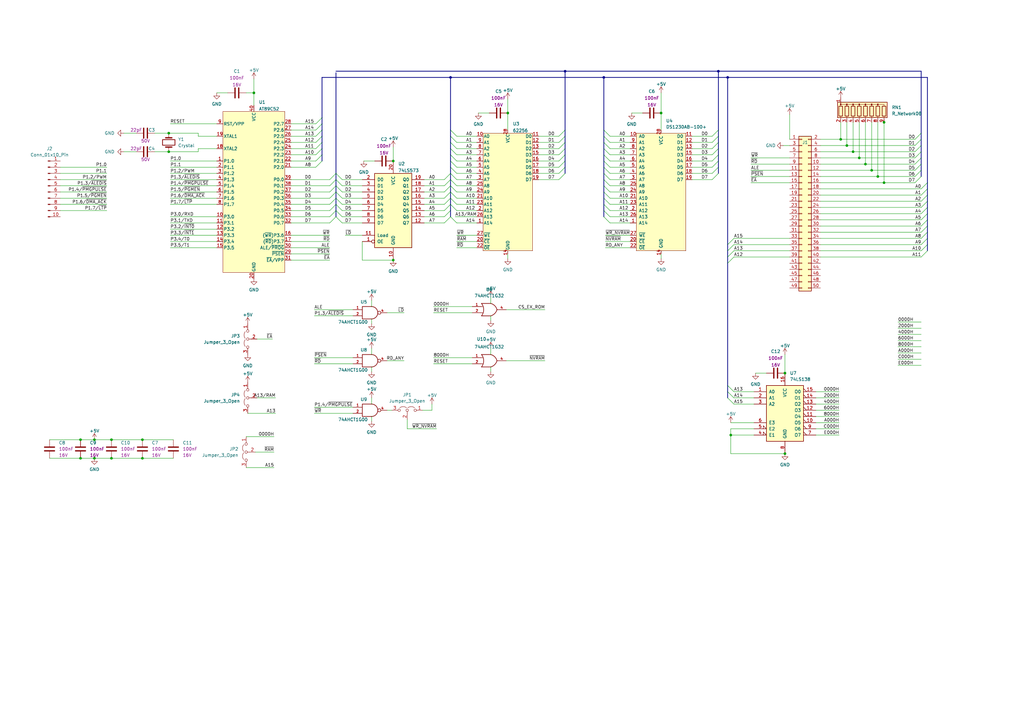
<source format=kicad_sch>
(kicad_sch (version 20230121) (generator eeschema)
  (paper "A3")
  (junction (at 45.72 187.96))
  (junction (at 69.215 54.61))
  (junction (at 321.945 153.035))
  (junction (at 38.735 180.34))
  (junction (at 349.885 62.23))
  (junction (at 347.345 59.69))
  (junction (at 352.425 64.77))
  (junction (at 58.42 187.96))
  (junction (at 299.72 178.435))
  (junction (at 357.505 69.85))
  (junction (at 161.29 66.04))
  (junction (at 38.735 187.96))
  (junction (at 104.14 38.1))
  (junction (at 362.585 50.165))
  (junction (at 33.02 180.34))
  (junction (at 33.02 187.96))
  (junction (at 161.29 106.68))
  (junction (at 321.945 186.055))
  (junction (at 45.72 180.34))
  (junction (at 360.045 72.39))
  (junction (at 298.45 31.75))
  (junction (at 362.585 74.93))
  (junction (at 184.785 31.75))
  (junction (at 344.805 57.15))
  (junction (at 69.215 62.23))
  (junction (at 208.28 46.355))
  (junction (at 271.145 46.355))
  (junction (at 58.42 180.34))
  (junction (at 294.64 29.21))
  (junction (at 231.775 29.21))
  (junction (at 247.65 31.75))
  (junction (at 354.965 67.31))
  (bus_entry (at 247.65 53.34) (size 2.54 2.54))
  (bus_entry (at 135.255 81.28) (size 2.54 -2.54))
  (bus_entry (at 135.255 78.74) (size 2.54 -2.54))
  (bus_entry (at 129.54 60.96) (size 2.54 -2.54))
  (bus_entry (at 129.54 58.42) (size 2.54 -2.54))
  (bus_entry (at 129.54 55.88) (size 2.54 -2.54))
  (bus_entry (at 129.54 53.34) (size 2.54 -2.54))
  (bus_entry (at 129.54 50.8) (size 2.54 -2.54))
  (bus_entry (at 135.255 76.2) (size 2.54 -2.54))
  (bus_entry (at 135.255 73.66) (size 2.54 -2.54))
  (bus_entry (at 129.54 68.58) (size 2.54 -2.54))
  (bus_entry (at 129.54 66.04) (size 2.54 -2.54))
  (bus_entry (at 129.54 63.5) (size 2.54 -2.54))
  (bus_entry (at 135.255 91.44) (size 2.54 -2.54))
  (bus_entry (at 135.255 88.9) (size 2.54 -2.54))
  (bus_entry (at 135.255 86.36) (size 2.54 -2.54))
  (bus_entry (at 184.785 53.34) (size 2.54 2.54))
  (bus_entry (at 247.65 81.28) (size 2.54 2.54))
  (bus_entry (at 135.255 83.82) (size 2.54 -2.54))
  (bus_entry (at 380.365 90.17) (size -2.54 2.54))
  (bus_entry (at 375.285 69.85) (size 2.54 -2.54))
  (bus_entry (at 247.65 83.82) (size 2.54 2.54))
  (bus_entry (at 292.1 58.42) (size 2.54 -2.54))
  (bus_entry (at 298.45 160.655) (size 2.54 2.54))
  (bus_entry (at 247.65 76.2) (size 2.54 2.54))
  (bus_entry (at 380.365 80.01) (size -2.54 2.54))
  (bus_entry (at 380.365 74.93) (size -2.54 2.54))
  (bus_entry (at 229.235 71.12) (size 2.54 -2.54))
  (bus_entry (at 229.235 73.66) (size 2.54 -2.54))
  (bus_entry (at 140.335 76.2) (size -2.54 -2.54))
  (bus_entry (at 140.335 88.9) (size -2.54 -2.54))
  (bus_entry (at 229.235 60.96) (size 2.54 -2.54))
  (bus_entry (at 184.785 58.42) (size 2.54 2.54))
  (bus_entry (at 300.99 97.79) (size -2.54 2.54))
  (bus_entry (at 380.365 92.71) (size -2.54 2.54))
  (bus_entry (at 380.365 95.25) (size -2.54 2.54))
  (bus_entry (at 184.785 63.5) (size 2.54 2.54))
  (bus_entry (at 182.245 88.9) (size 2.54 -2.54))
  (bus_entry (at 292.1 71.12) (size 2.54 -2.54))
  (bus_entry (at 184.785 78.74) (size 2.54 2.54))
  (bus_entry (at 247.65 86.36) (size 2.54 2.54))
  (bus_entry (at 292.1 60.96) (size 2.54 -2.54))
  (bus_entry (at 247.65 71.12) (size 2.54 2.54))
  (bus_entry (at 184.785 76.2) (size 2.54 2.54))
  (bus_entry (at 375.285 74.93) (size 2.54 -2.54))
  (bus_entry (at 247.65 78.74) (size 2.54 2.54))
  (bus_entry (at 375.285 57.15) (size 2.54 -2.54))
  (bus_entry (at 300.99 100.33) (size -2.54 2.54))
  (bus_entry (at 380.365 82.55) (size -2.54 2.54))
  (bus_entry (at 375.285 64.77) (size 2.54 -2.54))
  (bus_entry (at 292.1 63.5) (size 2.54 -2.54))
  (bus_entry (at 375.285 62.23) (size 2.54 -2.54))
  (bus_entry (at 140.335 73.66) (size -2.54 -2.54))
  (bus_entry (at 184.785 60.96) (size 2.54 2.54))
  (bus_entry (at 140.335 83.82) (size -2.54 -2.54))
  (bus_entry (at 184.785 73.66) (size 2.54 2.54))
  (bus_entry (at 300.99 102.87) (size -2.54 2.54))
  (bus_entry (at 292.1 55.88) (size 2.54 -2.54))
  (bus_entry (at 140.335 81.28) (size -2.54 -2.54))
  (bus_entry (at 375.285 59.69) (size 2.54 -2.54))
  (bus_entry (at 229.235 66.04) (size 2.54 -2.54))
  (bus_entry (at 229.235 63.5) (size 2.54 -2.54))
  (bus_entry (at 184.785 68.58) (size 2.54 2.54))
  (bus_entry (at 184.785 83.82) (size 2.54 2.54))
  (bus_entry (at 229.235 55.88) (size 2.54 -2.54))
  (bus_entry (at 247.65 58.42) (size 2.54 2.54))
  (bus_entry (at 292.1 68.58) (size 2.54 -2.54))
  (bus_entry (at 247.65 68.58) (size 2.54 2.54))
  (bus_entry (at 380.365 100.33) (size -2.54 2.54))
  (bus_entry (at 140.335 78.74) (size -2.54 -2.54))
  (bus_entry (at 184.785 81.28) (size 2.54 2.54))
  (bus_entry (at 247.65 60.96) (size 2.54 2.54))
  (bus_entry (at 300.99 105.41) (size -2.54 2.54))
  (bus_entry (at 247.65 66.04) (size 2.54 2.54))
  (bus_entry (at 182.245 83.82) (size 2.54 -2.54))
  (bus_entry (at 182.245 76.2) (size 2.54 -2.54))
  (bus_entry (at 182.245 73.66) (size 2.54 -2.54))
  (bus_entry (at 182.245 78.74) (size 2.54 -2.54))
  (bus_entry (at 182.245 81.28) (size 2.54 -2.54))
  (bus_entry (at 182.245 91.44) (size 2.54 -2.54))
  (bus_entry (at 182.245 86.36) (size 2.54 -2.54))
  (bus_entry (at 380.365 85.09) (size -2.54 2.54))
  (bus_entry (at 247.65 55.88) (size 2.54 2.54))
  (bus_entry (at 292.1 66.04) (size 2.54 -2.54))
  (bus_entry (at 140.335 86.36) (size -2.54 -2.54))
  (bus_entry (at 298.45 163.195) (size 2.54 2.54))
  (bus_entry (at 247.65 88.9) (size 2.54 2.54))
  (bus_entry (at 229.235 58.42) (size 2.54 -2.54))
  (bus_entry (at 380.365 97.79) (size -2.54 2.54))
  (bus_entry (at 298.45 158.115) (size 2.54 2.54))
  (bus_entry (at 375.285 72.39) (size 2.54 -2.54))
  (bus_entry (at 184.785 88.9) (size 2.54 2.54))
  (bus_entry (at 184.785 66.04) (size 2.54 2.54))
  (bus_entry (at 229.235 68.58) (size 2.54 -2.54))
  (bus_entry (at 375.285 67.31) (size 2.54 -2.54))
  (bus_entry (at 380.365 102.87) (size -2.54 2.54))
  (bus_entry (at 247.65 63.5) (size 2.54 2.54))
  (bus_entry (at 140.335 91.44) (size -2.54 -2.54))
  (bus_entry (at 247.65 73.66) (size 2.54 2.54))
  (bus_entry (at 292.1 73.66) (size 2.54 -2.54))
  (bus_entry (at 380.365 87.63) (size -2.54 2.54))
  (bus_entry (at 380.365 77.47) (size -2.54 2.54))
  (bus_entry (at 184.785 55.88) (size 2.54 2.54))
  (bus_entry (at 184.785 71.12) (size 2.54 2.54))
  (bus (pts (xy 184.785 58.42) (xy 184.785 60.96)))
  (wire (pts (xy 104.775 185.42) (xy 112.395 185.42)))
  (wire (pts (xy 161.29 106.68) (xy 148.59 106.68)))
  (wire (pts (xy 101.6 169.545) (xy 113.03 169.545)))
  (wire (pts (xy 119.38 50.8) (xy 129.54 50.8)))
  (wire (pts (xy 119.38 106.68) (xy 135.255 106.68)))
  (bus (pts (xy 184.785 55.88) (xy 184.785 58.42)))
  (bus (pts (xy 380.365 80.01) (xy 380.365 77.47)))
  (wire (pts (xy 347.345 50.165) (xy 347.345 59.69)))
  (bus (pts (xy 132.08 63.5) (xy 132.08 66.04)))
  (wire (pts (xy 323.85 67.31) (xy 307.975 67.31)))
  (bus (pts (xy 184.785 66.04) (xy 184.785 68.58)))
  (wire (pts (xy 177.165 168.275) (xy 177.165 165.735)))
  (wire (pts (xy 362.585 49.53) (xy 362.585 50.165)))
  (wire (pts (xy 377.825 132.08) (xy 368.3 132.08)))
  (bus (pts (xy 231.775 66.04) (xy 231.775 68.58)))
  (bus (pts (xy 184.785 71.12) (xy 184.785 73.66)))
  (bus (pts (xy 380.365 74.93) (xy 380.365 31.75)))
  (wire (pts (xy 309.88 153.035) (xy 314.325 153.035)))
  (wire (pts (xy 323.85 46.99) (xy 323.85 57.15)))
  (wire (pts (xy 158.75 168.275) (xy 160.655 168.275)))
  (bus (pts (xy 231.775 29.21) (xy 231.775 53.34)))
  (wire (pts (xy 271.145 38.1) (xy 271.145 46.355)))
  (bus (pts (xy 247.65 66.04) (xy 247.65 63.5)))
  (wire (pts (xy 334.645 168.275) (xy 344.17 168.275)))
  (wire (pts (xy 248.285 96.52) (xy 258.445 96.52)))
  (wire (pts (xy 45.72 180.34) (xy 58.42 180.34)))
  (wire (pts (xy 119.38 78.74) (xy 135.255 78.74)))
  (bus (pts (xy 184.785 31.75) (xy 184.785 53.34)))
  (wire (pts (xy 119.38 101.6) (xy 135.255 101.6)))
  (wire (pts (xy 173.99 88.9) (xy 182.245 88.9)))
  (bus (pts (xy 231.775 53.34) (xy 231.775 55.88)))
  (wire (pts (xy 173.99 91.44) (xy 182.245 91.44)))
  (wire (pts (xy 336.55 69.85) (xy 357.505 69.85)))
  (bus (pts (xy 184.785 86.36) (xy 184.785 88.9)))
  (bus (pts (xy 247.65 83.82) (xy 247.65 81.28)))
  (wire (pts (xy 186.69 88.9) (xy 195.58 88.9)))
  (bus (pts (xy 247.65 88.9) (xy 247.65 86.36)))
  (wire (pts (xy 173.99 81.28) (xy 182.245 81.28)))
  (wire (pts (xy 336.55 82.55) (xy 377.825 82.55)))
  (wire (pts (xy 173.99 86.36) (xy 182.245 86.36)))
  (wire (pts (xy 300.99 160.655) (xy 309.245 160.655)))
  (bus (pts (xy 380.365 95.25) (xy 380.365 92.71)))
  (wire (pts (xy 88.9 55.88) (xy 81.28 55.88)))
  (wire (pts (xy 300.99 105.41) (xy 323.85 105.41)))
  (bus (pts (xy 184.785 83.82) (xy 184.785 86.36)))
  (wire (pts (xy 128.905 167.005) (xy 144.78 167.005)))
  (wire (pts (xy 69.85 81.28) (xy 88.9 81.28)))
  (wire (pts (xy 63.5 54.61) (xy 69.215 54.61)))
  (bus (pts (xy 247.65 78.74) (xy 247.65 76.2)))
  (wire (pts (xy 152.4 150.495) (xy 152.4 152.4)))
  (wire (pts (xy 58.42 187.96) (xy 71.12 187.96)))
  (wire (pts (xy 187.325 99.06) (xy 195.58 99.06)))
  (wire (pts (xy 152.4 130.81) (xy 152.4 132.715)))
  (wire (pts (xy 336.55 92.71) (xy 377.825 92.71)))
  (wire (pts (xy 177.8 149.225) (xy 193.675 149.225)))
  (wire (pts (xy 220.98 55.88) (xy 229.235 55.88)))
  (wire (pts (xy 173.99 73.66) (xy 182.245 73.66)))
  (wire (pts (xy 43.815 86.36) (xy 24.765 86.36)))
  (bus (pts (xy 184.785 53.34) (xy 184.785 55.88)))
  (wire (pts (xy 334.645 170.815) (xy 344.17 170.815)))
  (wire (pts (xy 43.815 81.28) (xy 24.765 81.28)))
  (wire (pts (xy 250.19 60.96) (xy 258.445 60.96)))
  (wire (pts (xy 119.38 73.66) (xy 135.255 73.66)))
  (bus (pts (xy 137.795 71.12) (xy 137.795 29.845)))
  (wire (pts (xy 119.38 63.5) (xy 129.54 63.5)))
  (bus (pts (xy 377.825 69.85) (xy 377.825 67.31)))
  (wire (pts (xy 173.99 83.82) (xy 182.245 83.82)))
  (wire (pts (xy 187.325 91.44) (xy 195.58 91.44)))
  (wire (pts (xy 165.735 147.955) (xy 158.75 147.955)))
  (wire (pts (xy 354.965 50.165) (xy 354.965 67.31)))
  (wire (pts (xy 360.045 50.165) (xy 360.045 72.39)))
  (wire (pts (xy 323.85 64.77) (xy 307.975 64.77)))
  (bus (pts (xy 380.365 87.63) (xy 380.365 85.09)))
  (wire (pts (xy 100.965 191.77) (xy 112.395 191.77)))
  (wire (pts (xy 100.965 38.1) (xy 104.14 38.1)))
  (wire (pts (xy 283.845 68.58) (xy 292.1 68.58)))
  (bus (pts (xy 380.365 85.09) (xy 380.365 82.55)))
  (wire (pts (xy 69.85 68.58) (xy 88.9 68.58)))
  (wire (pts (xy 299.72 175.895) (xy 309.245 175.895)))
  (wire (pts (xy 377.825 144.78) (xy 368.3 144.78)))
  (wire (pts (xy 250.19 91.44) (xy 258.445 91.44)))
  (wire (pts (xy 152.4 142.875) (xy 152.4 145.415)))
  (wire (pts (xy 81.28 55.88) (xy 81.28 54.61)))
  (wire (pts (xy 250.19 88.9) (xy 258.445 88.9)))
  (wire (pts (xy 334.645 165.735) (xy 344.17 165.735)))
  (wire (pts (xy 349.885 62.23) (xy 375.285 62.23)))
  (wire (pts (xy 69.85 50.8) (xy 88.9 50.8)))
  (wire (pts (xy 119.38 76.2) (xy 135.255 76.2)))
  (wire (pts (xy 148.59 91.44) (xy 140.335 91.44)))
  (bus (pts (xy 184.785 78.74) (xy 184.785 81.28)))
  (wire (pts (xy 173.355 168.275) (xy 177.165 168.275)))
  (wire (pts (xy 283.845 58.42) (xy 292.1 58.42)))
  (wire (pts (xy 119.38 99.06) (xy 135.255 99.06)))
  (wire (pts (xy 119.38 55.88) (xy 129.54 55.88)))
  (wire (pts (xy 336.55 80.01) (xy 377.825 80.01)))
  (wire (pts (xy 81.28 60.96) (xy 81.28 62.23)))
  (wire (pts (xy 43.815 83.82) (xy 24.765 83.82)))
  (wire (pts (xy 69.85 83.82) (xy 88.9 83.82)))
  (wire (pts (xy 152.4 123.19) (xy 152.4 125.73)))
  (wire (pts (xy 119.38 88.9) (xy 135.255 88.9)))
  (bus (pts (xy 380.365 92.71) (xy 380.365 90.17)))
  (wire (pts (xy 283.845 60.96) (xy 292.1 60.96)))
  (bus (pts (xy 132.08 48.26) (xy 132.08 50.8)))
  (bus (pts (xy 231.775 55.88) (xy 231.775 58.42)))
  (wire (pts (xy 69.85 101.6) (xy 88.9 101.6)))
  (wire (pts (xy 69.85 66.04) (xy 88.9 66.04)))
  (wire (pts (xy 173.99 76.2) (xy 182.245 76.2)))
  (wire (pts (xy 187.325 66.04) (xy 195.58 66.04)))
  (wire (pts (xy 128.905 169.545) (xy 144.78 169.545)))
  (bus (pts (xy 377.825 64.77) (xy 377.825 62.23)))
  (bus (pts (xy 298.45 160.655) (xy 298.45 163.195)))
  (bus (pts (xy 184.785 31.75) (xy 247.65 31.75)))
  (wire (pts (xy 177.8 146.685) (xy 193.675 146.685)))
  (bus (pts (xy 184.785 81.28) (xy 184.785 83.82)))
  (wire (pts (xy 69.85 93.98) (xy 88.9 93.98)))
  (wire (pts (xy 187.325 71.12) (xy 195.58 71.12)))
  (wire (pts (xy 20.32 180.34) (xy 33.02 180.34)))
  (wire (pts (xy 128.905 127) (xy 144.78 127)))
  (bus (pts (xy 377.825 67.31) (xy 377.825 64.77)))
  (wire (pts (xy 283.845 73.66) (xy 292.1 73.66)))
  (wire (pts (xy 336.55 57.15) (xy 344.805 57.15)))
  (bus (pts (xy 247.65 68.58) (xy 247.65 66.04)))
  (wire (pts (xy 250.19 78.74) (xy 258.445 78.74)))
  (wire (pts (xy 119.38 68.58) (xy 129.54 68.58)))
  (wire (pts (xy 220.98 73.66) (xy 229.235 73.66)))
  (wire (pts (xy 167.005 175.895) (xy 167.005 172.085)))
  (wire (pts (xy 187.325 96.52) (xy 195.58 96.52)))
  (wire (pts (xy 187.325 86.36) (xy 195.58 86.36)))
  (bus (pts (xy 247.65 31.75) (xy 247.65 53.34)))
  (bus (pts (xy 247.65 86.36) (xy 247.65 83.82)))
  (wire (pts (xy 299.72 178.435) (xy 309.245 178.435)))
  (bus (pts (xy 294.64 55.88) (xy 294.64 53.34)))
  (bus (pts (xy 247.65 71.12) (xy 247.65 68.58)))
  (bus (pts (xy 184.785 60.96) (xy 184.785 63.5)))
  (bus (pts (xy 231.775 68.58) (xy 231.775 71.12)))
  (wire (pts (xy 208.28 40.64) (xy 208.28 46.355)))
  (wire (pts (xy 344.805 57.15) (xy 375.285 57.15)))
  (bus (pts (xy 231.775 29.21) (xy 294.64 29.21)))
  (wire (pts (xy 177.8 125.73) (xy 193.675 125.73)))
  (bus (pts (xy 231.775 63.5) (xy 231.775 66.04)))
  (bus (pts (xy 294.64 68.58) (xy 294.64 66.04)))
  (wire (pts (xy 321.945 145.415) (xy 321.945 153.035)))
  (wire (pts (xy 321.31 59.69) (xy 323.85 59.69)))
  (wire (pts (xy 300.99 165.735) (xy 309.245 165.735)))
  (wire (pts (xy 323.85 72.39) (xy 307.975 72.39)))
  (wire (pts (xy 321.945 186.055) (xy 299.72 186.055)))
  (wire (pts (xy 334.645 175.895) (xy 344.17 175.895)))
  (wire (pts (xy 69.85 91.44) (xy 88.9 91.44)))
  (wire (pts (xy 152.4 170.815) (xy 152.4 172.72)))
  (wire (pts (xy 220.98 63.5) (xy 229.235 63.5)))
  (bus (pts (xy 132.08 31.75) (xy 184.785 31.75)))
  (wire (pts (xy 152.4 163.195) (xy 152.4 165.735)))
  (bus (pts (xy 380.365 90.17) (xy 380.365 87.63)))
  (wire (pts (xy 220.98 60.96) (xy 229.235 60.96)))
  (wire (pts (xy 347.345 59.69) (xy 375.285 59.69)))
  (bus (pts (xy 298.45 100.33) (xy 298.45 102.87)))
  (wire (pts (xy 207.645 127) (xy 223.52 127)))
  (wire (pts (xy 208.28 46.355) (xy 208.28 53.34)))
  (wire (pts (xy 201.295 121.92) (xy 201.295 124.46)))
  (bus (pts (xy 377.825 59.69) (xy 377.825 57.15)))
  (bus (pts (xy 298.45 107.95) (xy 298.45 158.115)))
  (wire (pts (xy 148.59 78.74) (xy 140.335 78.74)))
  (wire (pts (xy 377.825 139.7) (xy 368.3 139.7)))
  (wire (pts (xy 248.285 99.06) (xy 258.445 99.06)))
  (wire (pts (xy 336.55 87.63) (xy 377.825 87.63)))
  (wire (pts (xy 336.55 97.79) (xy 377.825 97.79)))
  (wire (pts (xy 38.735 180.34) (xy 45.72 180.34)))
  (wire (pts (xy 177.8 128.27) (xy 193.675 128.27)))
  (wire (pts (xy 33.02 187.96) (xy 38.735 187.96)))
  (wire (pts (xy 119.38 91.44) (xy 135.255 91.44)))
  (wire (pts (xy 250.19 76.2) (xy 258.445 76.2)))
  (wire (pts (xy 250.19 66.04) (xy 258.445 66.04)))
  (wire (pts (xy 349.885 50.165) (xy 349.885 62.23)))
  (wire (pts (xy 105.41 163.195) (xy 113.03 163.195)))
  (bus (pts (xy 377.825 62.23) (xy 377.825 59.69)))
  (wire (pts (xy 201.295 150.495) (xy 201.295 152.4)))
  (wire (pts (xy 220.98 71.12) (xy 229.235 71.12)))
  (wire (pts (xy 299.72 186.055) (xy 299.72 178.435)))
  (wire (pts (xy 334.645 173.355) (xy 344.17 173.355)))
  (wire (pts (xy 259.08 46.355) (xy 263.525 46.355)))
  (wire (pts (xy 128.905 129.54) (xy 144.78 129.54)))
  (wire (pts (xy 377.825 147.32) (xy 368.3 147.32)))
  (wire (pts (xy 187.325 78.74) (xy 195.58 78.74)))
  (wire (pts (xy 119.38 96.52) (xy 135.255 96.52)))
  (bus (pts (xy 137.795 83.82) (xy 137.795 86.36)))
  (bus (pts (xy 247.65 60.96) (xy 247.65 58.42)))
  (bus (pts (xy 377.825 57.15) (xy 377.825 54.61)))
  (wire (pts (xy 360.045 72.39) (xy 375.285 72.39)))
  (bus (pts (xy 298.45 31.75) (xy 298.45 100.33)))
  (wire (pts (xy 283.845 66.04) (xy 292.1 66.04)))
  (wire (pts (xy 187.325 60.96) (xy 195.58 60.96)))
  (wire (pts (xy 352.425 50.165) (xy 352.425 64.77)))
  (bus (pts (xy 294.64 29.21) (xy 377.825 29.21)))
  (bus (pts (xy 247.65 76.2) (xy 247.65 73.66)))
  (wire (pts (xy 104.14 38.1) (xy 104.14 43.18)))
  (wire (pts (xy 323.85 74.93) (xy 307.975 74.93)))
  (wire (pts (xy 187.325 73.66) (xy 195.58 73.66)))
  (wire (pts (xy 250.19 86.36) (xy 258.445 86.36)))
  (wire (pts (xy 299.72 178.435) (xy 299.72 175.895)))
  (bus (pts (xy 247.65 31.75) (xy 298.45 31.75)))
  (wire (pts (xy 271.145 46.355) (xy 271.145 53.34)))
  (wire (pts (xy 271.145 104.14) (xy 271.145 106.045)))
  (wire (pts (xy 58.42 180.34) (xy 71.12 180.34)))
  (bus (pts (xy 247.65 81.28) (xy 247.65 78.74)))
  (wire (pts (xy 336.55 90.17) (xy 377.825 90.17)))
  (wire (pts (xy 88.9 38.1) (xy 93.345 38.1)))
  (bus (pts (xy 231.775 60.96) (xy 231.775 63.5)))
  (bus (pts (xy 137.795 76.2) (xy 137.795 78.74)))
  (wire (pts (xy 141.605 96.52) (xy 148.59 96.52)))
  (wire (pts (xy 336.55 62.23) (xy 349.885 62.23)))
  (bus (pts (xy 294.64 60.96) (xy 294.64 58.42)))
  (bus (pts (xy 247.65 63.5) (xy 247.65 60.96)))
  (wire (pts (xy 207.645 147.955) (xy 223.52 147.955)))
  (wire (pts (xy 336.55 95.25) (xy 377.825 95.25)))
  (wire (pts (xy 43.815 76.2) (xy 24.765 76.2)))
  (wire (pts (xy 299.72 173.355) (xy 309.245 173.355)))
  (wire (pts (xy 187.325 68.58) (xy 195.58 68.58)))
  (wire (pts (xy 50.8 54.61) (xy 55.88 54.61)))
  (wire (pts (xy 283.845 55.88) (xy 292.1 55.88)))
  (bus (pts (xy 298.45 158.115) (xy 298.45 160.655)))
  (wire (pts (xy 336.55 105.41) (xy 377.825 105.41)))
  (wire (pts (xy 336.55 85.09) (xy 377.825 85.09)))
  (wire (pts (xy 69.85 71.12) (xy 88.9 71.12)))
  (wire (pts (xy 148.59 88.9) (xy 140.335 88.9)))
  (wire (pts (xy 336.55 102.87) (xy 377.825 102.87)))
  (wire (pts (xy 43.815 71.12) (xy 24.765 71.12)))
  (wire (pts (xy 377.825 137.16) (xy 368.3 137.16)))
  (wire (pts (xy 165.735 128.27) (xy 158.75 128.27)))
  (bus (pts (xy 298.45 102.87) (xy 298.45 105.41)))
  (wire (pts (xy 33.02 180.34) (xy 38.735 180.34)))
  (bus (pts (xy 294.64 63.5) (xy 294.64 60.96)))
  (wire (pts (xy 20.32 187.96) (xy 33.02 187.96)))
  (wire (pts (xy 336.55 67.31) (xy 354.965 67.31)))
  (bus (pts (xy 294.64 58.42) (xy 294.64 55.88)))
  (wire (pts (xy 250.19 73.66) (xy 258.445 73.66)))
  (wire (pts (xy 187.325 83.82) (xy 195.58 83.82)))
  (wire (pts (xy 38.735 187.96) (xy 45.72 187.96)))
  (bus (pts (xy 247.65 58.42) (xy 247.65 55.88)))
  (wire (pts (xy 148.59 81.28) (xy 140.335 81.28)))
  (bus (pts (xy 132.08 58.42) (xy 132.08 60.96)))
  (wire (pts (xy 119.38 66.04) (xy 129.54 66.04)))
  (bus (pts (xy 137.795 78.74) (xy 137.795 81.28)))
  (bus (pts (xy 137.795 71.12) (xy 137.795 73.66)))
  (wire (pts (xy 377.825 134.62) (xy 368.3 134.62)))
  (wire (pts (xy 43.815 78.74) (xy 24.765 78.74)))
  (wire (pts (xy 362.585 50.165) (xy 362.585 74.93)))
  (wire (pts (xy 119.38 81.28) (xy 135.255 81.28)))
  (wire (pts (xy 173.99 78.74) (xy 182.245 78.74)))
  (wire (pts (xy 334.645 178.435) (xy 344.17 178.435)))
  (wire (pts (xy 300.99 97.79) (xy 323.85 97.79)))
  (bus (pts (xy 380.365 31.75) (xy 298.45 31.75)))
  (bus (pts (xy 380.365 77.47) (xy 380.365 74.93)))
  (wire (pts (xy 250.19 58.42) (xy 258.445 58.42)))
  (bus (pts (xy 294.64 71.12) (xy 294.64 68.58)))
  (bus (pts (xy 380.365 102.87) (xy 380.365 100.33)))
  (wire (pts (xy 283.845 71.12) (xy 292.1 71.12)))
  (wire (pts (xy 119.38 58.42) (xy 129.54 58.42)))
  (wire (pts (xy 357.505 69.85) (xy 375.285 69.85)))
  (bus (pts (xy 132.08 55.88) (xy 132.08 58.42)))
  (wire (pts (xy 187.325 63.5) (xy 195.58 63.5)))
  (wire (pts (xy 128.905 149.225) (xy 144.78 149.225)))
  (wire (pts (xy 187.325 81.28) (xy 195.58 81.28)))
  (wire (pts (xy 100.965 179.07) (xy 112.395 179.07)))
  (bus (pts (xy 380.365 97.79) (xy 380.365 95.25)))
  (wire (pts (xy 50.8 62.23) (xy 55.88 62.23)))
  (wire (pts (xy 148.59 83.82) (xy 140.335 83.82)))
  (wire (pts (xy 336.55 74.93) (xy 362.585 74.93)))
  (bus (pts (xy 132.08 48.26) (xy 132.08 31.75)))
  (wire (pts (xy 119.38 53.34) (xy 129.54 53.34)))
  (wire (pts (xy 43.815 68.58) (xy 24.765 68.58)))
  (wire (pts (xy 119.38 83.82) (xy 135.255 83.82)))
  (wire (pts (xy 336.55 64.77) (xy 352.425 64.77)))
  (wire (pts (xy 250.19 81.28) (xy 258.445 81.28)))
  (wire (pts (xy 220.98 58.42) (xy 229.235 58.42)))
  (bus (pts (xy 184.785 68.58) (xy 184.785 71.12)))
  (wire (pts (xy 187.325 76.2) (xy 195.58 76.2)))
  (bus (pts (xy 294.64 29.21) (xy 294.64 53.34)))
  (wire (pts (xy 377.825 149.86) (xy 368.3 149.86)))
  (bus (pts (xy 184.785 63.5) (xy 184.785 66.04)))
  (wire (pts (xy 167.005 175.895) (xy 179.07 175.895)))
  (bus (pts (xy 380.365 100.33) (xy 380.365 97.79)))
  (wire (pts (xy 148.59 76.2) (xy 140.335 76.2)))
  (wire (pts (xy 69.85 76.2) (xy 88.9 76.2)))
  (wire (pts (xy 119.38 104.14) (xy 135.255 104.14)))
  (bus (pts (xy 132.08 53.34) (xy 132.08 55.88)))
  (wire (pts (xy 69.85 88.9) (xy 88.9 88.9)))
  (wire (pts (xy 248.285 101.6) (xy 258.445 101.6)))
  (wire (pts (xy 187.325 58.42) (xy 195.58 58.42)))
  (wire (pts (xy 250.19 63.5) (xy 258.445 63.5)))
  (wire (pts (xy 283.845 63.5) (xy 292.1 63.5)))
  (bus (pts (xy 137.795 73.66) (xy 137.795 76.2)))
  (wire (pts (xy 352.425 64.77) (xy 375.285 64.77)))
  (wire (pts (xy 119.38 60.96) (xy 129.54 60.96)))
  (wire (pts (xy 336.55 59.69) (xy 347.345 59.69)))
  (wire (pts (xy 220.98 68.58) (xy 229.235 68.58)))
  (bus (pts (xy 137.795 81.28) (xy 137.795 83.82)))
  (bus (pts (xy 231.775 58.42) (xy 231.775 60.96)))
  (wire (pts (xy 187.325 101.6) (xy 195.58 101.6)))
  (wire (pts (xy 69.85 73.66) (xy 88.9 73.66)))
  (wire (pts (xy 104.14 32.385) (xy 104.14 38.1)))
  (wire (pts (xy 344.805 50.165) (xy 344.805 57.15)))
  (wire (pts (xy 148.59 106.68) (xy 148.59 99.06)))
  (bus (pts (xy 377.825 72.39) (xy 377.825 69.85)))
  (wire (pts (xy 250.19 83.82) (xy 258.445 83.82)))
  (wire (pts (xy 250.19 71.12) (xy 258.445 71.12)))
  (wire (pts (xy 201.295 129.54) (xy 201.295 131.445)))
  (bus (pts (xy 137.795 86.36) (xy 137.795 88.9)))
  (wire (pts (xy 201.295 142.875) (xy 201.295 145.415)))
  (wire (pts (xy 69.85 99.06) (xy 88.9 99.06)))
  (wire (pts (xy 334.645 163.195) (xy 344.17 163.195)))
  (bus (pts (xy 247.65 73.66) (xy 247.65 71.12)))
  (wire (pts (xy 45.72 187.96) (xy 58.42 187.96)))
  (wire (pts (xy 149.225 66.04) (xy 153.67 66.04)))
  (wire (pts (xy 161.29 60.325) (xy 161.29 66.04)))
  (bus (pts (xy 294.64 66.04) (xy 294.64 63.5)))
  (wire (pts (xy 196.215 46.355) (xy 200.66 46.355)))
  (bus (pts (xy 298.45 105.41) (xy 298.45 107.95)))
  (wire (pts (xy 105.41 139.065) (xy 111.76 139.065)))
  (wire (pts (xy 69.85 96.52) (xy 88.9 96.52)))
  (bus (pts (xy 132.08 50.8) (xy 132.08 53.34)))
  (wire (pts (xy 300.99 102.87) (xy 323.85 102.87)))
  (wire (pts (xy 208.28 104.14) (xy 208.28 106.045)))
  (bus (pts (xy 377.825 54.61) (xy 377.825 29.21)))
  (bus (pts (xy 137.795 29.21) (xy 231.775 29.21)))
  (wire (pts (xy 377.825 142.24) (xy 368.3 142.24)))
  (wire (pts (xy 187.325 55.88) (xy 195.58 55.88)))
  (wire (pts (xy 81.28 54.61) (xy 69.215 54.61)))
  (wire (pts (xy 300.99 163.195) (xy 309.245 163.195)))
  (bus (pts (xy 184.785 76.2) (xy 184.785 78.74)))
  (bus (pts (xy 184.785 73.66) (xy 184.785 76.2)))
  (wire (pts (xy 128.905 146.685) (xy 144.78 146.685)))
  (wire (pts (xy 300.99 100.33) (xy 323.85 100.33)))
  (wire (pts (xy 81.28 62.23) (xy 69.215 62.23)))
  (wire (pts (xy 148.59 86.36) (xy 140.335 86.36)))
  (wire (pts (xy 43.815 73.66) (xy 24.765 73.66)))
  (wire (pts (xy 220.98 66.04) (xy 229.235 66.04)))
  (wire (pts (xy 250.19 55.88) (xy 258.445 55.88)))
  (bus (pts (xy 380.365 82.55) (xy 380.365 80.01)))
  (bus (pts (xy 132.08 60.96) (xy 132.08 63.5)))
  (wire (pts (xy 119.38 86.36) (xy 135.255 86.36)))
  (wire (pts (xy 336.55 72.39) (xy 360.045 72.39)))
  (wire (pts (xy 148.59 73.66) (xy 140.335 73.66)))
  (wire (pts (xy 336.55 77.47) (xy 377.825 77.47)))
  (wire (pts (xy 250.19 68.58) (xy 258.445 68.58)))
  (wire (pts (xy 354.965 67.31) (xy 375.285 67.31)))
  (bus (pts (xy 247.65 55.88) (xy 247.65 53.34)))
  (wire (pts (xy 88.9 60.96) (xy 81.28 60.96)))
  (wire (pts (xy 323.85 69.85) (xy 307.975 69.85)))
  (wire (pts (xy 69.85 78.74) (xy 88.9 78.74)))
  (wire (pts (xy 336.55 100.33) (xy 377.825 100.33)))
  (wire (pts (xy 362.585 74.93) (xy 375.285 74.93)))
  (wire (pts (xy 357.505 50.165) (xy 357.505 69.85)))
  (wire (pts (xy 334.645 160.655) (xy 344.17 160.655)))
  (wire (pts (xy 63.5 62.23) (xy 69.215 62.23)))
  (label "A12" (at 254 86.36 0))
  (label "A2" (at 178.435 78.74 180))
  (label "A15" (at 300.99 165.735 0))
  (label "E000H" (at 344.17 178.435 180))
  (label "D3" (at 375.285 64.77 180))
  (label "A13" (at 125.095 55.88 0))
  (label "D3" (at 287.655 63.5 0))
  (label "RD_ANY" (at 165.735 147.955 180))
  (label "~{RD}" (at 135.255 99.06 180))
  (label "A11" (at 125.095 60.96 0))
  (label "A13" (at 113.03 169.545 180))
  (label "P1.4{slash}~{PMGPULSE}" (at 43.815 78.74 180))
  (label "D3" (at 224.79 63.5 0))
  (label "P1.0" (at 69.85 66.04 0))
  (label "A1" (at 254 58.42 0))
  (label "A9" (at 377.825 100.33 180))
  (label "~{RD}" (at 128.905 149.225 0))
  (label "A7" (at 254 73.66 0))
  (label "A5" (at 377.825 90.17 180))
  (label "D1" (at 375.285 59.69 180))
  (label "A14" (at 191.135 91.44 0))
  (label "ALE" (at 135.255 101.6 180))
  (label "D6" (at 375.285 72.39 180))
  (label "P1.3{slash}~{ALEDIS}" (at 43.815 76.2 180))
  (label "P1.1" (at 43.815 71.12 180))
  (label "RESET" (at 69.85 50.8 0))
  (label "D1" (at 224.79 58.42 0))
  (label "A13" (at 300.99 160.655 0))
  (label "~{PSEN}" (at 128.905 146.685 0))
  (label "~{EA}" (at 307.975 74.93 0))
  (label "A8" (at 125.095 68.58 0))
  (label "P1.2{slash}PWM" (at 43.815 73.66 180))
  (label "A3" (at 191.135 63.5 0))
  (label "A15" (at 112.395 191.77 180))
  (label "D5" (at 224.79 68.58 0))
  (label "A3" (at 178.435 81.28 180))
  (label "P1.7{slash}~{LTP}" (at 69.85 83.82 0))
  (label "P1.3{slash}~{ALEDIS}" (at 69.85 73.66 0))
  (label "P3.2{slash}~{INT0}" (at 69.85 93.98 0))
  (label "D0" (at 375.285 57.15 180))
  (label "A0" (at 191.135 55.88 0))
  (label "A8" (at 254 76.2 0))
  (label "A6" (at 254 71.12 0))
  (label "~{NVRAM}" (at 223.52 147.955 180))
  (label "D2" (at 144.145 78.74 180))
  (label "A0" (at 377.825 77.47 180))
  (label "P1.5{slash}~{PGMEN}" (at 69.85 78.74 0))
  (label "P1.7{slash}~{LTP}" (at 43.815 86.36 180))
  (label "D5" (at 127.635 86.36 180))
  (label "A2" (at 254 60.96 0))
  (label "8000H" (at 368.3 142.24 0))
  (label "P3.1{slash}TXD" (at 69.85 91.44 0))
  (label "A14" (at 125.095 53.34 0))
  (label "D4" (at 287.655 66.04 0))
  (label "A3" (at 254 63.5 0))
  (label "0000H" (at 112.395 179.07 180))
  (label "A8" (at 191.135 76.2 0))
  (label "P1.4{slash}~{PMGPULSE}" (at 69.85 76.2 0))
  (label "A10" (at 191.135 81.28 0))
  (label "A12" (at 300.99 105.41 0))
  (label "8000H" (at 177.8 146.685 0))
  (label "~{PSEN}" (at 307.975 72.39 0))
  (label "A15" (at 300.99 97.79 0))
  (label "A5" (at 178.435 86.36 180))
  (label "P1.4{slash}~{PMGPULSE}" (at 128.905 167.005 0))
  (label "A11" (at 191.135 83.82 0))
  (label "A10" (at 125.095 63.5 0))
  (label "A13{slash}RAM" (at 186.69 88.9 0))
  (label "E000H" (at 368.3 149.86 0))
  (label "D4" (at 224.79 66.04 0))
  (label "ALE" (at 307.975 69.85 0))
  (label "~{WR}" (at 135.255 96.52 180))
  (label "D4" (at 375.285 67.31 180))
  (label "A13" (at 300.99 102.87 0))
  (label "D2" (at 375.285 62.23 180))
  (label "2000H" (at 368.3 134.62 0))
  (label "4000H" (at 368.3 137.16 0))
  (label "D7" (at 127.635 91.44 180))
  (label "D6" (at 127.635 88.9 180))
  (label "P1.5{slash}~{PGMEN}" (at 43.815 81.28 180))
  (label "~{WR}" (at 307.975 64.77 0))
  (label "~{LD}" (at 165.735 128.27 180))
  (label "RESET" (at 177.8 149.225 0))
  (label "A1" (at 377.825 80.01 180))
  (label "~{LD}" (at 141.605 96.52 0))
  (label "D7" (at 287.655 73.66 0))
  (label "A15" (at 125.095 50.8 0))
  (label "6000H" (at 368.3 139.7 0))
  (label "A4" (at 377.825 87.63 180))
  (label "A9" (at 254 78.74 0))
  (label "6000H" (at 344.17 168.275 180))
  (label "P3.5{slash}T1" (at 69.85 101.6 0))
  (label "D1" (at 287.655 58.42 0))
  (label "A14" (at 254 91.44 0))
  (label "D5" (at 144.145 86.36 180))
  (label "D6" (at 287.655 71.12 0))
  (label "CS_EX_ROM" (at 223.52 127 180))
  (label "P3.0{slash}RXD" (at 69.85 88.9 0))
  (label "D4" (at 127.635 83.82 180))
  (label "A5" (at 254 68.58 0))
  (label "P1.1" (at 69.85 68.58 0))
  (label "A7" (at 178.435 91.44 180))
  (label "D7" (at 224.79 73.66 0))
  (label "~{PSEN}" (at 135.255 104.14 180))
  (label "A5" (at 191.135 68.58 0))
  (label "~{RD}" (at 187.325 101.6 0))
  (label "D5" (at 287.655 68.58 0))
  (label "D7" (at 375.285 74.93 180))
  (label "A14" (at 300.99 163.195 0))
  (label "A9" (at 125.095 66.04 0))
  (label "D2" (at 287.655 60.96 0))
  (label "~{RAM}" (at 112.395 185.42 180))
  (label "~{RAM}" (at 187.325 99.06 0))
  (label "D6" (at 144.145 88.9 180))
  (label "2000H" (at 344.17 163.195 180))
  (label "D7" (at 144.145 91.44 180))
  (label "P3.3{slash}~{INT1}" (at 69.85 96.52 0))
  (label "D4" (at 144.145 83.82 180))
  (label "A14" (at 300.99 100.33 0))
  (label "D1" (at 127.635 76.2 180))
  (label "C000H" (at 344.17 175.895 180))
  (label "A2" (at 191.135 60.96 0))
  (label "A0" (at 254 55.88 0))
  (label "D0" (at 224.79 55.88 0))
  (label "A10" (at 377.825 102.87 180))
  (label "A11" (at 377.825 105.41 180))
  (label "D2" (at 224.79 60.96 0))
  (label "A4" (at 178.435 83.82 180))
  (label "ALE" (at 128.905 127 0))
  (label "D3" (at 144.145 81.28 180))
  (label "D3" (at 127.635 81.28 180))
  (label "A3" (at 377.825 85.09 180))
  (label "A10" (at 254 81.28 0))
  (label "P1.2{slash}PWM" (at 69.85 71.12 0))
  (label "8000H" (at 344.17 170.815 180))
  (label "0000H" (at 177.8 125.73 0))
  (label "A7" (at 191.135 73.66 0))
  (label "A8" (at 377.825 97.79 180))
  (label "~{EA}" (at 135.255 106.68 180))
  (label "A13" (at 254 88.9 0))
  (label "A12" (at 191.135 86.36 0))
  (label "A6" (at 377.825 92.71 180))
  (label "~{WR}" (at 187.325 96.52 0))
  (label "~{WR_NVRAM}" (at 179.07 175.895 180))
  (label "A12" (at 125.095 58.42 0))
  (label "~{WR}" (at 128.905 169.545 0))
  (label "A000H" (at 344.17 173.355 180))
  (label "~{WR_NVRAM}" (at 248.285 96.52 0))
  (label "A1" (at 178.435 76.2 180))
  (label "0000H" (at 368.3 132.08 0))
  (label "A000H" (at 368.3 144.78 0))
  (label "A4" (at 191.135 66.04 0))
  (label "A6" (at 178.435 88.9 180))
  (label "A7" (at 377.825 95.25 180))
  (label "P1.0" (at 43.815 68.58 180))
  (label "0000H" (at 344.17 160.655 180))
  (label "A9" (at 191.135 78.74 0))
  (label "C000H" (at 368.3 147.32 0))
  (label "D0" (at 287.655 55.88 0))
  (label "A4" (at 254 66.04 0))
  (label "4000H" (at 344.17 165.735 180))
  (label "A13{slash}RAM" (at 113.03 163.195 180))
  (label "P1.6{slash}~{DMA_ACK}" (at 43.815 83.82 180))
  (label "P1.6{slash}~{DMA_ACK}" (at 69.85 81.28 0))
  (label "A2" (at 377.825 82.55 180))
  (label "D0" (at 127.635 73.66 180))
  (label "P3.4{slash}T0" (at 69.85 99.06 0))
  (label "D1" (at 144.145 76.2 180))
  (label "A11" (at 254 83.82 0))
  (label "A1" (at 191.135 58.42 0))
  (label "RD_ANY" (at 248.285 101.6 0))
  (label "A6" (at 191.135 71.12 0))
  (label "~{RD}" (at 307.975 67.31 0))
  (label "D0" (at 144.145 73.66 180))
  (label "A0" (at 178.435 73.66 180))
  (label "RESET" (at 177.8 128.27 0))
  (label "~{NVRAM}" (at 248.285 99.06 0))
  (label "D6" (at 224.79 71.12 0))
  (label "D5" (at 375.285 69.85 180))
  (label "D2" (at 127.635 78.74 180))
  (label "P1.3{slash}~{ALEDIS}" (at 128.905 129.54 0))
  (label "~{EA}" (at 111.76 139.065 180))
  (symbol (lib_id "power:+5V") (at 152.4 123.19 0) (unit 1)
    (property "Reference" "#PWR0119" (effects hide))
    (property "Value" "+5V" (at 152.4 119.5855 0))
  )
  (symbol (lib_id "power:GND") (at 101.6 145.415 0) (unit 1)
    (property "Reference" "#PWR0116" (effects hide))
    (property "Value" "GND" (at 101.6 149.9775 0))
  )
  (symbol (lib_id "power:GND") (at 152.4 152.4 0) (unit 1)
    (property "Reference" "#PWR0122" (effects hide))
    (property "Value" "GND" (at 152.4 156.9625 0))
  )
  (symbol (lib_id "power:GND") (at 161.29 106.68 0) (unit 1)
    (property "Reference" "#PWR0106" (effects hide))
    (property "Value" "GND" (at 161.29 111.2425 0))
  )
  (symbol (lib_id "Capacitors_SMD_0805:C0805_100nF_16V_X7R") (at 267.335 46.355 90) (unit 1)
    (property "Reference" "C6" (at 267.335 37.4543 90))
    (property "Value" "C0805_100nF_16V_X7R" (effects hide))
    (property "Footprint" "Capacitor_SMD:C_0805_2012Metric" (effects hide))
    (property "Datasheet" "https://api.kemet.com/component-edge/download/datasheet/C0805C104K4RACTU.pdf" (effects hide))
    (property "Value1" "100nF" (at 267.335 40.2294 90))
    (property "Description" "CAP CER 0.1UF 16V X7R 0805" (effects hide))
    (property "Manufacturer" "KEMET" (effects hide))
    (property "Manufacturer Part Number" "C0805C104K4RACTU" (effects hide))
    (property "Supplier" "Digi-Key" (effects hide))
    (property "Supplier Part Number" "399-1167-1-ND" (effects hide))
    (property "Unit Price" "0.16" (effects hide))
    (property "Package / Case" "C0805" (effects hide))
    (property "Voltage" "16V" (at 267.335 43.0045 90))
    (property "Temperature" "X7R" (effects hide))
  )
  (symbol (lib_id "Jumper:Jumper_3_Open") (at 101.6 139.065 90) (mirror x) (unit 1)
    (property "Reference" "JP3" (at 98.425 137.7949 90) (effects (justify left)))
    (property "Value" "Jumper_3_Open" (at 98.425 140.3349 90) (effects (justify left)))
    (property "Footprint" "Connector_PinHeader_2.54mm:PinHeader_1x03_P2.54mm_Vertical" (effects hide))
  )
  (symbol (lib_id "power:+5V") (at 201.295 121.92 0) (unit 1)
    (property "Reference" "#PWR0127" (effects hide))
    (property "Value" "+5V" (at 201.295 118.3155 0))
  )
  (symbol (lib_id "power:+5V") (at 101.6 156.845 0) (unit 1)
    (property "Reference" "#PWR0115" (effects hide))
    (property "Value" "+5V" (at 101.6 153.2405 0))
  )
  (symbol (lib_id "Capacitors_SMD_0603:C0603_22pF_50V_X7R") (at 59.69 62.23 90) (unit 1)
    (property "Reference" "C4" (at 62.23 60.96 90))
    (property "Value" "C0603_22pF_50V_X7R" (effects hide))
    (property "Footprint" "Capacitor_SMD:C_0603_1608Metric" (effects hide))
    (property "Datasheet" "https://api.kemet.com/component-edge/download/datasheet/C0603C220J5RAC7867.pdf" (effects hide))
    (property "Value1" "22pF" (at 55.88 60.96 90))
    (property "Description" "CAP CER SMD 0603 22PF 5% X7R 50V" (effects hide))
    (property "Manufacturer" "KEMET" (effects hide))
    (property "Manufacturer Part Number" "C0603C220J5RAC7867" (effects hide))
    (property "Supplier" "Digi-Key" (effects hide))
    (property "Supplier Part Number" "399-17583-1-ND" (effects hide))
    (property "Unit Price" "0.25" (effects hide))
    (property "Package / Case" "C0603" (effects hide))
    (property "Voltage" "50V" (at 59.69 65.405 90))
    (property "Temperature" "X7R" (effects hide))
  )
  (symbol (lib_id "power:GND") (at 201.295 152.4 0) (unit 1)
    (property "Reference" "#PWR0128" (effects hide))
    (property "Value" "GND" (at 201.295 156.9625 0))
  )
  (symbol (lib_id "power:GND") (at 152.4 172.72 0) (unit 1)
    (property "Reference" "#PWR0124" (effects hide))
    (property "Value" "GND" (at 152.4 177.2825 0))
  )
  (symbol (lib_id "74xGxx:74AHCT1G32") (at 201.295 127 0) (unit 1)
    (property "Reference" "U6" (at 200.66 118.745 0))
    (property "Value" "74AHCT1G32" (at 200.66 121.285 0))
    (property "Footprint" "Package_TO_SOT_SMD:SOT-23-5" (effects hide))
    (property "Datasheet" "http://www.ti.com/lit/sg/scyt129e/scyt129e.pdf" (effects hide))
  )
  (symbol (lib_id "power:GND") (at 50.8 54.61 270) (unit 1)
    (property "Reference" "#PWR0107" (effects hide))
    (property "Value" "GND" (at 46.99 54.6099 90) (effects (justify right)))
  )
  (symbol (lib_id "power:+5V") (at 161.29 60.325 0) (unit 1)
    (property "Reference" "#PWR0103" (effects hide))
    (property "Value" "+5V" (at 161.29 56.7205 0))
  )
  (symbol (lib_id "power:+5V") (at 152.4 142.875 0) (unit 1)
    (property "Reference" "#PWR0121" (effects hide))
    (property "Value" "+5V" (at 152.4 139.2705 0))
  )
  (symbol (lib_id "power:+5V") (at 299.72 173.355 0) (unit 1)
    (property "Reference" "#PWR0133" (effects hide))
    (property "Value" "+5V" (at 299.72 169.7505 0))
  )
  (symbol (lib_id "SNES:62256") (at 195.58 55.88 0) (unit 1)
    (property "Reference" "U3" (at 210.2994 50.7705 0) (effects (justify left)))
    (property "Value" "62256" (at 210.2994 53.5456 0) (effects (justify left)))
    (property "Footprint" "Package_DIP:DIP-28_W15.24mm_Socket_LongPads" (effects hide))
    (property "Datasheet" "62256" (effects hide))
    (property "Description" "62256" (effects hide))
    (property "Manufacturer Part Number" "62256" (effects hide))
  )
  (symbol (lib_id "74xGxx:74AHCT1G32") (at 201.295 147.955 0) (unit 1)
    (property "Reference" "U10" (at 197.485 139.065 0))
    (property "Value" "74AHCT1G32" (at 200.66 142.24 0))
    (property "Footprint" "Package_TO_SOT_SMD:SOT-23-5" (effects hide))
    (property "Datasheet" "http://www.ti.com/lit/sg/scyt129e/scyt129e.pdf" (effects hide))
  )
  (symbol (lib_id "power:GND") (at 196.215 46.355 0) (unit 1)
    (property "Reference" "#PWR0109" (effects hide))
    (property "Value" "GND" (at 196.215 50.9175 0))
  )
  (symbol (lib_id "Capacitors_SMD_0805:C0805_100nF_16V_X7R") (at 318.135 153.035 90) (unit 1)
    (property "Reference" "C12" (at 318.135 144.1343 90))
    (property "Value" "C0805_100nF_16V_X7R" (effects hide))
    (property "Footprint" "Capacitor_SMD:C_0805_2012Metric" (effects hide))
    (property "Datasheet" "https://api.kemet.com/component-edge/download/datasheet/C0805C104K4RACTU.pdf" (effects hide))
    (property "Value1" "100nF" (at 318.135 146.9094 90))
    (property "Description" "CAP CER 0.1UF 16V X7R 0805" (effects hide))
    (property "Manufacturer" "KEMET" (effects hide))
    (property "Manufacturer Part Number" "C0805C104K4RACTU" (effects hide))
    (property "Supplier" "Digi-Key" (effects hide))
    (property "Supplier Part Number" "399-1167-1-ND" (effects hide))
    (property "Unit Price" "0.16" (effects hide))
    (property "Package / Case" "C0805" (effects hide))
    (property "Voltage" "16V" (at 318.135 149.6845 90))
    (property "Temperature" "X7R" (effects hide))
  )
  (symbol (lib_id "power:GND") (at 38.735 187.96 0) (unit 1)
    (property "Reference" "#PWR0129" (effects hide))
    (property "Value" "GND" (at 38.735 192.5225 0))
  )
  (symbol (lib_id "Capacitors_SMD_0805:C0805_100nF_16V_X7R") (at 33.02 184.15 180) (unit 1)
    (property "Reference" "C9" (at 36.83 181.6099 0) (effects (justify right)))
    (property "Value" "C0805_100nF_16V_X7R" (effects hide))
    (property "Footprint" "Capacitor_SMD:C_0805_2012Metric" (effects hide))
    (property "Datasheet" "https://api.kemet.com/component-edge/download/datasheet/C0805C104K4RACTU.pdf" (effects hide))
    (property "Value1" "100nF" (at 36.83 184.1499 0) (effects (justify right)))
    (property "Description" "CAP CER 0.1UF 16V X7R 0805" (effects hide))
    (property "Manufacturer" "KEMET" (effects hide))
    (property "Manufacturer Part Number" "C0805C104K4RACTU" (effects hide))
    (property "Supplier" "Digi-Key" (effects hide))
    (property "Supplier Part Number" "399-1167-1-ND" (effects hide))
    (property "Unit Price" "0.16" (effects hide))
    (property "Package / Case" "C0805" (effects hide))
    (property "Voltage" "16V" (at 36.83 186.6899 0) (effects (justify right)))
    (property "Temperature" "X7R" (effects hide))
  )
  (symbol (lib_id "DS1230AB-100_:DS1230AB-100+") (at 258.445 55.88 0) (unit 1)
    (property "Reference" "U4" (at 273.1644 49.53 0) (effects (justify left)))
    (property "Value" "DS1230AB-100+" (at 273.1644 52.07 0) (effects (justify left)))
    (property "Footprint" "Package_DIP:DIP-28_W15.24mm_Socket_LongPads" (effects hide))
    (property "MP" "DS1230AB-100+" (effects hide))
    (property "Description" "DS1230AB Series 256 kb _32 k x 8_ 100ns Commercial Temp Nonvolatile SRAM -DIP-28" (effects hide))
    (property "Package" "EDIP-28 Maxim" (effects hide))
    (property "MF" "Maxim Integrated" (effects hide))
    (property "Availability" "Unavailable" (effects hide))
    (property "Price" "None" (effects hide))
  )
  (symbol (lib_id "power:+5V") (at 321.945 145.415 0) (unit 1)
    (property "Reference" "#PWR0132" (effects hide))
    (property "Value" "+5V" (at 321.945 141.8105 0))
  )
  (symbol (lib_id "74xx:74LS138") (at 321.945 168.275 0) (unit 1)
    (property "Reference" "U7" (at 323.9644 153.035 0) (effects (justify left)))
    (property "Value" "74LS138" (at 323.9644 155.575 0) (effects (justify left)))
    (property "Footprint" "Package_DIP:DIP-16_W7.62mm_Socket" (effects hide))
    (property "Datasheet" "http://www.ti.com/lit/gpn/sn74LS138" (effects hide))
  )
  (symbol (lib_id "power:GND") (at 50.8 62.23 270) (unit 1)
    (property "Reference" "#PWR0108" (effects hide))
    (property "Value" "GND" (at 46.99 62.2299 90) (effects (justify right)))
  )
  (symbol (lib_id "power:+5V") (at 104.14 32.385 0) (unit 1)
    (property "Reference" "#PWR0104" (effects hide))
    (property "Value" "+5V" (at 104.14 28.7805 0))
  )
  (symbol (lib_id "power:GND") (at 201.295 131.445 0) (unit 1)
    (property "Reference" "#PWR0125" (effects hide))
    (property "Value" "GND" (at 201.295 136.0075 0))
  )
  (symbol (lib_id "power:+5V") (at 152.4 163.195 0) (unit 1)
    (property "Reference" "#PWR0123" (effects hide))
    (property "Value" "+5V" (at 152.4 159.5905 0))
  )
  (symbol (lib_id "Capacitors_SMD_0805:C0805_100nF_16V_X7R") (at 97.155 38.1 90) (unit 1)
    (property "Reference" "C1" (at 97.155 29.1993 90))
    (property "Value" "C0805_100nF_16V_X7R" (effects hide))
    (property "Footprint" "Capacitor_SMD:C_0805_2012Metric" (effects hide))
    (property "Datasheet" "https://api.kemet.com/component-edge/download/datasheet/C0805C104K4RACTU.pdf" (effects hide))
    (property "Value1" "100nF" (at 97.155 31.9744 90))
    (property "Description" "CAP CER 0.1UF 16V X7R 0805" (effects hide))
    (property "Manufacturer" "KEMET" (effects hide))
    (property "Manufacturer Part Number" "C0805C104K4RACTU" (effects hide))
    (property "Supplier" "Digi-Key" (effects hide))
    (property "Supplier Part Number" "399-1167-1-ND" (effects hide))
    (property "Unit Price" "0.16" (effects hide))
    (property "Package / Case" "C0805" (effects hide))
    (property "Voltage" "16V" (at 97.155 34.7495 90))
    (property "Temperature" "X7R" (effects hide))
  )
  (symbol (lib_id "Capacitors_SMD_0805:C0805_100nF_16V_X7R") (at 58.42 184.15 180) (unit 1)
    (property "Reference" "C7" (at 62.23 181.6099 0) (effects (justify right)))
    (property "Value" "C0805_100nF_16V_X7R" (effects hide))
    (property "Footprint" "Capacitor_SMD:C_0805_2012Metric" (effects hide))
    (property "Datasheet" "https://api.kemet.com/component-edge/download/datasheet/C0805C104K4RACTU.pdf" (effects hide))
    (property "Value1" "100nF" (at 62.23 184.1499 0) (effects (justify right)))
    (property "Description" "CAP CER 0.1UF 16V X7R 0805" (effects hide))
    (property "Manufacturer" "KEMET" (effects hide))
    (property "Manufacturer Part Number" "C0805C104K4RACTU" (effects hide))
    (property "Supplier" "Digi-Key" (effects hide))
    (property "Supplier Part Number" "399-1167-1-ND" (effects hide))
    (property "Unit Price" "0.16" (effects hide))
    (property "Package / Case" "C0805" (effects hide))
    (property "Voltage" "16V" (at 62.23 186.6899 0) (effects (justify right)))
    (property "Temperature" "X7R" (effects hide))
  )
  (symbol (lib_id "power:GND") (at 259.08 46.355 0) (unit 1)
    (property "Reference" "#PWR0112" (effects hide))
    (property "Value" "GND" (at 259.08 50.9175 0))
  )
  (symbol (lib_id "power:+5V") (at 38.735 180.34 0) (unit 1)
    (property "Reference" "#PWR0130" (effects hide))
    (property "Value" "+5V" (at 38.735 176.7355 0))
  )
  (symbol (lib_id "Capacitors_SMD_0603:C0603_22pF_50V_X7R") (at 59.69 54.61 90) (unit 1)
    (property "Reference" "C3" (at 62.23 53.34 90))
    (property "Value" "C0603_22pF_50V_X7R" (effects hide))
    (property "Footprint" "Capacitor_SMD:C_0603_1608Metric" (effects hide))
    (property "Datasheet" "https://api.kemet.com/component-edge/download/datasheet/C0603C220J5RAC7867.pdf" (effects hide))
    (property "Value1" "22pF" (at 55.88 53.34 90))
    (property "Description" "CAP CER SMD 0603 22PF 5% X7R 50V" (effects hide))
    (property "Manufacturer" "KEMET" (effects hide))
    (property "Manufacturer Part Number" "C0603C220J5RAC7867" (effects hide))
    (property "Supplier" "Digi-Key" (effects hide))
    (property "Supplier Part Number" "399-17583-1-ND" (effects hide))
    (property "Unit Price" "0.25" (effects hide))
    (property "Package / Case" "C0603" (effects hide))
    (property "Voltage" "50V" (at 59.69 57.785 90))
    (property "Temperature" "X7R" (effects hide))
  )
  (symbol (lib_id "Capacitors_SMD_0805:C0805_100nF_16V_X7R") (at 204.47 46.355 90) (unit 1)
    (property "Reference" "C5" (at 204.47 37.4543 90))
    (property "Value" "C0805_100nF_16V_X7R" (effects hide))
    (property "Footprint" "Capacitor_SMD:C_0805_2012Metric" (effects hide))
    (property "Datasheet" "https://api.kemet.com/component-edge/download/datasheet/C0805C104K4RACTU.pdf" (effects hide))
    (property "Value1" "100nF" (at 204.47 40.2294 90))
    (property "Description" "CAP CER 0.1UF 16V X7R 0805" (effects hide))
    (property "Manufacturer" "KEMET" (effects hide))
    (property "Manufacturer Part Number" "C0805C104K4RACTU" (effects hide))
    (property "Supplier" "Digi-Key" (effects hide))
    (property "Supplier Part Number" "399-1167-1-ND" (effects hide))
    (property "Unit Price" "0.16" (effects hide))
    (property "Package / Case" "C0805" (effects hide))
    (property "Voltage" "16V" (at 204.47 43.0045 90))
    (property "Temperature" "X7R" (effects hide))
  )
  (symbol (lib_id "74xx:74LS573") (at 161.29 86.36 0) (unit 1)
    (property "Reference" "U2" (at 163.3094 67.1535 0) (effects (justify left)))
    (property "Value" "74LS573" (at 163.3094 69.9286 0) (effects (justify left)))
    (property "Footprint" "Package_DIP:DIP-20_W7.62mm_Socket_LongPads" (effects hide))
    (property "Datasheet" "74xx/74hc573.pdf" (effects hide))
  )
  (symbol (lib_id "power:GND") (at 104.14 114.3 0) (unit 1)
    (property "Reference" "#PWR0101" (effects hide))
    (property "Value" "GND" (at 104.14 118.8625 0))
  )
  (symbol (lib_id "power:+5V") (at 344.805 40.005 0) (unit 1)
    (property "Reference" "#PWR0135" (effects hide))
    (property "Value" "+5V" (at 344.805 36.4005 0))
  )
  (symbol (lib_id "74xGxx:74AHCT1G00") (at 152.4 128.27 0) (unit 1)
    (property "Reference" "U5" (at 149.225 123.825 0))
    (property "Value" "74AHCT1G00" (at 144.78 132.08 0))
    (property "Footprint" "Package_TO_SOT_SMD:SOT-23-5" (effects hide))
    (property "Datasheet" "http://www.ti.com/lit/sg/scyt129e/scyt129e.pdf" (effects hide))
  )
  (symbol (lib_id "power:GND") (at 309.88 153.035 0) (unit 1)
    (property "Reference" "#PWR0131" (effects hide))
    (property "Value" "GND" (at 309.88 157.5975 0))
  )
  (symbol (lib_id "power:GND") (at 152.4 132.715 0) (unit 1)
    (property "Reference" "#PWR0120" (effects hide))
    (property "Value" "GND" (at 152.4 137.2775 0))
  )
  (symbol (lib_id "Device:Crystal") (at 69.215 58.42 90) (unit 1)
    (property "Reference" "Y1" (at 73.025 57.1499 90) (effects (justify right)))
    (property "Value" "Crystal" (at 73.025 59.6899 90) (effects (justify right)))
    (property "Footprint" "Crystal:Crystal_HC49-U_Vertical" (effects hide))
  )
  (symbol (lib_id "Device:R_Network08") (at 354.965 45.085 0) (unit 1)
    (property "Reference" "RN1" (at 365.76 44.0689 0) (effects (justify left)))
    (property "Value" "R_Network08" (at 365.76 46.6089 0) (effects (justify left)))
    (property "Footprint" "Resistor_THT:R_Array_SIP9" (effects hide))
    (property "Datasheet" "http://www.vishay.com/docs/31509/csc.pdf" (effects hide))
  )
  (symbol (lib_id "power:+5V") (at 323.85 46.99 0) (unit 1)
    (property "Reference" "#PWR01" (effects hide))
    (property "Value" "+5V" (at 323.85 43.3855 0))
  )
  (symbol (lib_id "Connector:Conn_01x10_Pin") (at 19.685 76.2 0) (unit 1)
    (property "Reference" "J2" (at 20.32 60.96 0))
    (property "Value" "Conn_01x10_Pin" (at 20.32 63.5 0))
    (property "Footprint" "Connector_PinHeader_2.54mm:PinHeader_1x10_P2.54mm_Vertical" (effects hide))
  )
  (symbol (lib_id "power:+5V") (at 177.165 165.735 0) (unit 1)
    (property "Reference" "#PWR0118" (effects hide))
    (property "Value" "+5V" (at 177.165 162.1305 0))
  )
  (symbol (lib_id "Jumper:Jumper_3_Open") (at 100.965 185.42 90) (mirror x) (unit 1)
    (property "Reference" "JP2" (at 97.79 184.1499 90) (effects (justify left)))
    (property "Value" "Jumper_3_Open" (at 97.79 186.6899 90) (effects (justify left)))
    (property "Footprint" "Connector_PinHeader_2.54mm:PinHeader_1x03_P2.54mm_Vertical" (effects hide))
  )
  (symbol (lib_id "74xGxx:74AHCT1G00") (at 152.4 147.955 0) (unit 1)
    (property "Reference" "U8" (at 149.225 143.51 0))
    (property "Value" "74AHCT1G00" (at 144.78 151.765 0))
    (property "Footprint" "Package_TO_SOT_SMD:SOT-23-5" (effects hide))
    (property "Datasheet" "http://www.ti.com/lit/sg/scyt129e/scyt129e.pdf" (effects hide))
  )
  (symbol (lib_id "Capacitors_SMD_0805:C0805_100nF_16V_X7R") (at 20.32 184.15 180) (unit 1)
    (property "Reference" "C8" (at 24.13 181.6099 0) (effects (justify right)))
    (property "Value" "C0805_100nF_16V_X7R" (effects hide))
    (property "Footprint" "Capacitor_SMD:C_0805_2012Metric" (effects hide))
    (property "Datasheet" "https://api.kemet.com/component-edge/download/datasheet/C0805C104K4RACTU.pdf" (effects hide))
    (property "Value1" "100nF" (at 24.13 184.1499 0) (effects (justify right)))
    (property "Description" "CAP CER 0.1UF 16V X7R 0805" (effects hide))
    (property "Manufacturer" "KEMET" (effects hide))
    (property "Manufacturer Part Number" "C0805C104K4RACTU" (effects hide))
    (property "Supplier" "Digi-Key" (effects hide))
    (property "Supplier Part Number" "399-1167-1-ND" (effects hide))
    (property "Unit Price" "0.16" (effects hide))
    (property "Package / Case" "C0805" (effects hide))
    (property "Voltage" "16V" (at 24.13 186.6899 0) (effects (justify right)))
    (property "Temperature" "X7R" (effects hide))
  )
  (symbol (lib_id "power:+5V") (at 208.28 40.64 0) (unit 1)
    (property "Reference" "#PWR0110" (effects hide))
    (property "Value" "+5V" (at 208.28 37.0355 0))
  )
  (symbol (lib_id "Capacitors_SMD_0805:C0805_100nF_16V_X7R") (at 45.72 184.15 180) (unit 1)
    (property "Reference" "C10" (at 49.53 181.6099 0) (effects (justify right)))
    (property "Value" "C0805_100nF_16V_X7R" (effects hide))
    (property "Footprint" "Capacitor_SMD:C_0805_2012Metric" (effects hide))
    (property "Datasheet" "https://api.kemet.com/component-edge/download/datasheet/C0805C104K4RACTU.pdf" (effects hide))
    (property "Value1" "100nF" (at 49.53 184.1499 0) (effects (justify right)))
    (property "Description" "CAP CER 0.1UF 16V X7R 0805" (effects hide))
    (property "Manufacturer" "KEMET" (effects hide))
    (property "Manufacturer Part Number" "C0805C104K4RACTU" (effects hide))
    (property "Supplier" "Digi-Key" (effects hide))
    (property "Supplier Part Number" "399-1167-1-ND" (effects hide))
    (property "Unit Price" "0.16" (effects hide))
    (property "Package / Case" "C0805" (effects hide))
    (property "Voltage" "16V" (at 49.53 186.6899 0) (effects (justify right)))
    (property "Temperature" "X7R" (effects hide))
  )
  (symbol (lib_id "power:GND") (at 149.225 66.04 0) (unit 1)
    (property "Reference" "#PWR0102" (effects hide))
    (property "Value" "GND" (at 149.225 70.6025 0))
  )
  (symbol (lib_id "power:+5V") (at 201.295 142.875 0) (unit 1)
    (property "Reference" "#PWR0126" (effects hide))
    (property "Value" "+5V" (at 201.295 139.2705 0))
  )
  (symbol (lib_id "SNES:AT89C52") (at 88.9 50.8 0) (unit 1)
    (property "Reference" "U1" (at 106.1594 41.8805 0) (effects (justify left)))
    (property "Value" "AT89C52" (at 106.1594 44.6556 0) (effects (justify left)))
    (property "Footprint" "Package_DIP:DIP-40_W15.24mm_Socket_LongPads" (effects hide))
    (property "Datasheet" "AT89C52" (effects hide))
    (property "Description" "AT89C52" (effects hide))
    (property "Manufacturer" "Atmel" (effects hide))
    (property "Manufacturer Part Number" "AT89C52" (effects hide))
  )
  (symbol (lib_id "Jumper:Jumper_3_Open") (at 101.6 163.195 90) (mirror x) (unit 1)
    (property "Reference" "JP4" (at 98.425 161.9249 90) (effects (justify left)))
    (property "Value" "Jumper_3_Open" (at 98.425 164.4649 90) (effects (justify left)))
    (property "Footprint" "Connector_PinHeader_2.54mm:PinHeader_1x03_P2.54mm_Vertical" (effects hide))
  )
  (symbol (lib_id "power:+5V") (at 101.6 132.715 0) (unit 1)
    (property "Reference" "#PWR0117" (effects hide))
    (property "Value" "+5V" (at 101.6 129.1105 0))
  )
  (symbol (lib_id "Connector_Generic:Conn_02x25_Odd_Even") (at 328.93 87.63 0) (unit 1)
    (property "Reference" "J1" (at 330.2 58.42 0))
    (property "Value" "Conn_02x25_Odd_Even" (effects hide))
    (property "Footprint" "Connector_PinHeader_2.54mm:PinHeader_2x25_P2.54mm_Vertical" (effects hide))
  )
  (symbol (lib_id "Capacitors_SMD_0805:C0805_100nF_16V_X7R") (at 71.12 184.15 180) (unit 1)
    (property "Reference" "C11" (at 74.93 181.6099 0) (effects (justify right)))
    (property "Value" "C0805_100nF_16V_X7R" (effects hide))
    (property "Footprint" "Capacitor_SMD:C_0805_2012Metric" (effects hide))
    (property "Datasheet" "https://api.kemet.com/component-edge/download/datasheet/C0805C104K4RACTU.pdf" (effects hide))
    (property "Value1" "100nF" (at 74.93 184.1499 0) (effects (justify right)))
    (property "Description" "CAP CER 0.1UF 16V X7R 0805" (effects hide))
    (property "Manufacturer" "KEMET" (effects hide))
    (property "Manufacturer Part Number" "C0805C104K4RACTU" (effects hide))
    (property "Supplier" "Digi-Key" (effects hide))
    (property "Supplier Part Number" "399-1167-1-ND" (effects hide))
    (property "Unit Price" "0.16" (effects hide))
    (property "Package / Case" "C0805" (effects hide))
    (property "Voltage" "16V" (at 74.93 186.6899 0) (effects (justify right)))
    (property "Temperature" "X7R" (effects hide))
  )
  (symbol (lib_id "Jumper:Jumper_3_Open") (at 167.005 168.275 0) (mirror y) (unit 1)
    (property "Reference" "JP1" (at 167.005 161.925 0))
    (property "Value" "Jumper_3_Open" (at 167.005 164.465 0))
    (property "Footprint" "Connector_PinHeader_2.54mm:PinHeader_1x03_P2.54mm_Vertical" (effects hide))
  )
  (symbol (lib_id "power:GND") (at 321.31 59.69 270) (unit 1)
    (property "Reference" "#PWR02" (effects hide))
    (property "Value" "GND" (at 318.135 59.69 90) (effects (justify right)))
  )
  (symbol (lib_id "74xGxx:74AHCT1G00") (at 152.4 168.275 0) (unit 1)
    (property "Reference" "U9" (at 149.225 163.83 0))
    (property "Value" "74AHCT1G00" (at 144.78 172.085 0))
    (property "Footprint" "Package_TO_SOT_SMD:SOT-23-5" (effects hide))
    (property "Datasheet" "http://www.ti.com/lit/sg/scyt129e/scyt129e.pdf" (effects hide))
  )
  (symbol (lib_id "power:GND") (at 271.145 106.045 0) (unit 1)
    (property "Reference" "#PWR0114" (effects hide))
    (property "Value" "GND" (at 271.145 110.6075 0))
  )
  (symbol (lib_id "Capacitors_SMD_0805:C0805_100nF_16V_X7R") (at 157.48 66.04 90) (unit 1)
    (property "Reference" "C2" (at 157.48 57.1393 90))
    (property "Value" "C0805_100nF_16V_X7R" (effects hide))
    (property "Footprint" "Capacitor_SMD:C_0805_2012Metric" (effects hide))
    (property "Datasheet" "https://api.kemet.com/component-edge/download/datasheet/C0805C104K4RACTU.pdf" (effects hide))
    (property "Value1" "100nF" (at 157.48 59.9144 90))
    (property "Description" "CAP CER 0.1UF 16V X7R 0805" (effects hide))
    (property "Manufacturer" "KEMET" (effects hide))
    (property "Manufacturer Part Number" "C0805C104K4RACTU" (effects hide))
    (property "Supplier" "Digi-Key" (effects hide))
    (property "Supplier Part Number" "399-1167-1-ND" (effects hide))
    (property "Unit Price" "0.16" (effects hide))
    (property "Package / Case" "C0805" (effects hide))
    (property "Voltage" "16V" (at 157.48 62.6895 90))
    (property "Temperature" "X7R" (effects hide))
  )
  (symbol (lib_id "power:+5V") (at 271.145 38.1 0) (unit 1)
    (property "Reference" "#PWR0113" (effects hide))
    (property "Value" "+5V" (at 271.145 34.4955 0))
  )
  (symbol (lib_id "power:GND") (at 208.28 106.045 0) (unit 1)
    (property "Reference" "#PWR0111" (effects hide))
    (property "Value" "GND" (at 208.28 110.6075 0))
  )
  (symbol (lib_id "power:GND") (at 88.9 38.1 0) (unit 1)
    (property "Reference" "#PWR0105" (effects hide))
    (property "Value" "GND" (at 88.9 42.6625 0))
  )
  (symbol (lib_id "power:GND") (at 321.945 186.055 0) (unit 1)
    (property "Reference" "#PWR0134" (effects hide))
    (property "Value" "GND" (at 321.945 190.6175 0))
  )
)
</source>
